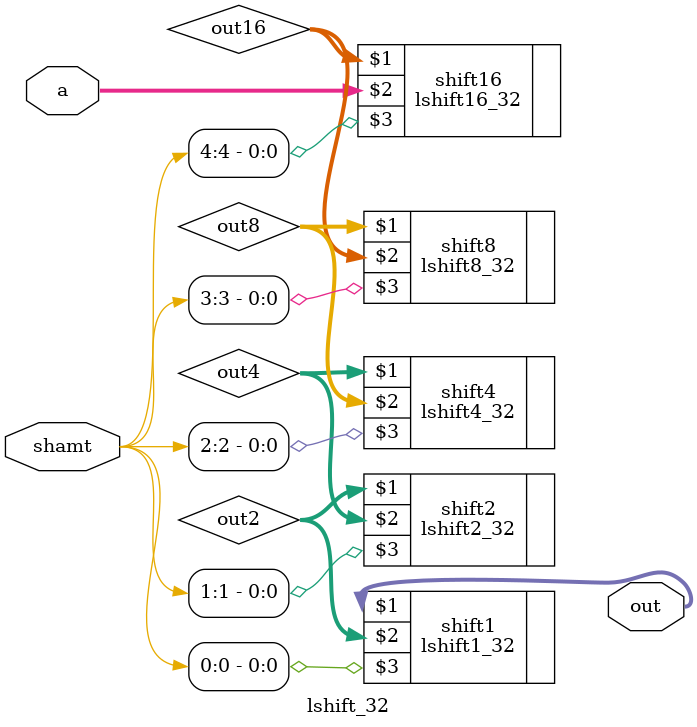
<source format=v>
module lshift_32(out, a, shamt);
    // inputs and outputs
    input [31:0] a;
    input [4:0] shamt;
    output [31:0] out;
    wire [31:0] out16, out8, out4, out2;

    // barrel shift moment
    lshift16_32 shift16(out16, a, shamt[4]);
    lshift8_32 shift8(out8, out16, shamt[3]);
    lshift4_32 shift4(out4, out8, shamt[2]);
    lshift2_32 shift2(out2, out4, shamt[1]);
    lshift1_32 shift1(out, out2, shamt[0]);
endmodule
</source>
